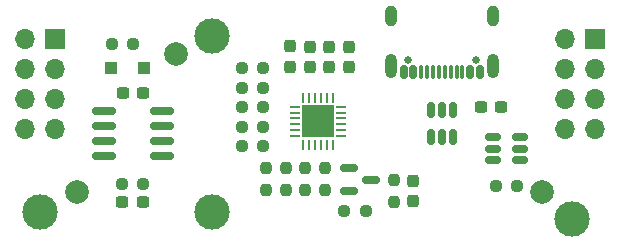
<source format=gbr>
%TF.GenerationSoftware,KiCad,Pcbnew,9.0.0*%
%TF.CreationDate,2025-03-06T17:29:06-05:00*%
%TF.ProjectId,USB-C-PD-Controller,5553422d-432d-4504-942d-436f6e74726f,rev?*%
%TF.SameCoordinates,Original*%
%TF.FileFunction,Soldermask,Top*%
%TF.FilePolarity,Negative*%
%FSLAX46Y46*%
G04 Gerber Fmt 4.6, Leading zero omitted, Abs format (unit mm)*
G04 Created by KiCad (PCBNEW 9.0.0) date 2025-03-06 17:29:06*
%MOMM*%
%LPD*%
G01*
G04 APERTURE LIST*
G04 Aperture macros list*
%AMRoundRect*
0 Rectangle with rounded corners*
0 $1 Rounding radius*
0 $2 $3 $4 $5 $6 $7 $8 $9 X,Y pos of 4 corners*
0 Add a 4 corners polygon primitive as box body*
4,1,4,$2,$3,$4,$5,$6,$7,$8,$9,$2,$3,0*
0 Add four circle primitives for the rounded corners*
1,1,$1+$1,$2,$3*
1,1,$1+$1,$4,$5*
1,1,$1+$1,$6,$7*
1,1,$1+$1,$8,$9*
0 Add four rect primitives between the rounded corners*
20,1,$1+$1,$2,$3,$4,$5,0*
20,1,$1+$1,$4,$5,$6,$7,0*
20,1,$1+$1,$6,$7,$8,$9,0*
20,1,$1+$1,$8,$9,$2,$3,0*%
G04 Aperture macros list end*
%ADD10RoundRect,0.237500X-0.237500X0.300000X-0.237500X-0.300000X0.237500X-0.300000X0.237500X0.300000X0*%
%ADD11RoundRect,0.237500X0.250000X0.237500X-0.250000X0.237500X-0.250000X-0.237500X0.250000X-0.237500X0*%
%ADD12RoundRect,0.237500X-0.237500X0.250000X-0.237500X-0.250000X0.237500X-0.250000X0.237500X0.250000X0*%
%ADD13C,0.650000*%
%ADD14RoundRect,0.150000X0.150000X0.425000X-0.150000X0.425000X-0.150000X-0.425000X0.150000X-0.425000X0*%
%ADD15RoundRect,0.075000X0.075000X0.500000X-0.075000X0.500000X-0.075000X-0.500000X0.075000X-0.500000X0*%
%ADD16O,1.000000X2.100000*%
%ADD17O,1.000000X1.800000*%
%ADD18RoundRect,0.237500X0.237500X-0.250000X0.237500X0.250000X-0.237500X0.250000X-0.237500X-0.250000X0*%
%ADD19C,3.000000*%
%ADD20RoundRect,0.237500X0.237500X-0.287500X0.237500X0.287500X-0.237500X0.287500X-0.237500X-0.287500X0*%
%ADD21RoundRect,0.150000X-0.587500X-0.150000X0.587500X-0.150000X0.587500X0.150000X-0.587500X0.150000X0*%
%ADD22RoundRect,0.062500X-0.337500X-0.062500X0.337500X-0.062500X0.337500X0.062500X-0.337500X0.062500X0*%
%ADD23RoundRect,0.062500X-0.062500X-0.337500X0.062500X-0.337500X0.062500X0.337500X-0.062500X0.337500X0*%
%ADD24R,2.750000X2.750000*%
%ADD25C,2.000000*%
%ADD26RoundRect,0.237500X-0.250000X-0.237500X0.250000X-0.237500X0.250000X0.237500X-0.250000X0.237500X0*%
%ADD27RoundRect,0.250000X-0.300000X-0.300000X0.300000X-0.300000X0.300000X0.300000X-0.300000X0.300000X0*%
%ADD28RoundRect,0.150000X0.512500X0.150000X-0.512500X0.150000X-0.512500X-0.150000X0.512500X-0.150000X0*%
%ADD29RoundRect,0.237500X-0.300000X-0.237500X0.300000X-0.237500X0.300000X0.237500X-0.300000X0.237500X0*%
%ADD30RoundRect,0.150000X0.825000X0.150000X-0.825000X0.150000X-0.825000X-0.150000X0.825000X-0.150000X0*%
%ADD31RoundRect,0.150000X-0.150000X0.512500X-0.150000X-0.512500X0.150000X-0.512500X0.150000X0.512500X0*%
%ADD32R,1.700000X1.700000*%
%ADD33O,1.700000X1.700000*%
G04 APERTURE END LIST*
D10*
%TO.C,C205*%
X138161000Y-109478873D03*
X138161000Y-111203873D03*
%TD*%
D11*
%TO.C,R208*%
X130937000Y-117864873D03*
X129112000Y-117864873D03*
%TD*%
D12*
%TO.C,R211*%
X136144000Y-119757873D03*
X136144000Y-121582873D03*
%TD*%
D13*
%TO.C,J201*%
X148940000Y-110578500D03*
X143160000Y-110578500D03*
D14*
X149250000Y-111653500D03*
X148450000Y-111653500D03*
D15*
X147300000Y-111653500D03*
X146300000Y-111653500D03*
X145800000Y-111653500D03*
X144800000Y-111653500D03*
D14*
X143650000Y-111653500D03*
X142850000Y-111653500D03*
X142850000Y-111653500D03*
X143650000Y-111653500D03*
D15*
X144300000Y-111653500D03*
X145300000Y-111653500D03*
X146800000Y-111653500D03*
X147800000Y-111653500D03*
D14*
X148450000Y-111653500D03*
X149250000Y-111653500D03*
D16*
X150370000Y-111078500D03*
D17*
X150370000Y-106898500D03*
D16*
X141730000Y-111078500D03*
D17*
X141730000Y-106898500D03*
%TD*%
D18*
%TO.C,R205*%
X132842000Y-121606373D03*
X132842000Y-119781373D03*
%TD*%
D19*
%TO.C,TP201*%
X126617000Y-123467500D03*
%TD*%
D18*
%TO.C,R209*%
X131191000Y-121606373D03*
X131191000Y-119781373D03*
%TD*%
D19*
%TO.C,TP203*%
X112014000Y-123467500D03*
%TD*%
%TO.C,TP202*%
X126619000Y-108608500D03*
%TD*%
D20*
%TO.C,D202*%
X143637000Y-122575373D03*
X143637000Y-120825373D03*
%TD*%
D21*
%TO.C,Q202*%
X138176000Y-119781373D03*
X138176000Y-121681373D03*
X140051000Y-120731373D03*
%TD*%
D22*
%TO.C,U202*%
X133589000Y-114545873D03*
X133589000Y-115045873D03*
X133589000Y-115545873D03*
X133589000Y-116045873D03*
X133589000Y-116545873D03*
X133589000Y-117045873D03*
D23*
X134314000Y-117770873D03*
X134814000Y-117770873D03*
X135314000Y-117770873D03*
X135814000Y-117770873D03*
X136314000Y-117770873D03*
X136814000Y-117770873D03*
D22*
X137539000Y-117045873D03*
X137539000Y-116545873D03*
X137539000Y-116045873D03*
X137539000Y-115545873D03*
X137539000Y-115045873D03*
X137539000Y-114545873D03*
D23*
X136814000Y-113820873D03*
X136314000Y-113820873D03*
X135814000Y-113820873D03*
X135314000Y-113820873D03*
X134814000Y-113820873D03*
X134314000Y-113820873D03*
D24*
X135564000Y-115795873D03*
%TD*%
D19*
%TO.C,TP204*%
X157099000Y-124102500D03*
%TD*%
D25*
%TO.C,FID2*%
X115189000Y-121816500D03*
%TD*%
D26*
%TO.C,R213*%
X150598500Y-121285000D03*
X152423500Y-121285000D03*
%TD*%
D27*
%TO.C,D201*%
X118045000Y-111275500D03*
X120845000Y-111275500D03*
%TD*%
D28*
%TO.C,Q203*%
X152662500Y-119060000D03*
X152662500Y-118110000D03*
X152662500Y-117160000D03*
X150387500Y-117160000D03*
X150387500Y-118110000D03*
X150387500Y-119060000D03*
%TD*%
D29*
%TO.C,C204*%
X149378500Y-114577500D03*
X151103500Y-114577500D03*
%TD*%
D26*
%TO.C,R212*%
X118086500Y-109243500D03*
X119911500Y-109243500D03*
%TD*%
D10*
%TO.C,C201*%
X133208000Y-109452373D03*
X133208000Y-111177373D03*
%TD*%
D26*
%TO.C,R207*%
X137771500Y-123360873D03*
X139596500Y-123360873D03*
%TD*%
D30*
%TO.C,Q201*%
X122363000Y-118768500D03*
X122363000Y-117498500D03*
X122363000Y-116228500D03*
X122363000Y-114958500D03*
X117413000Y-114958500D03*
X117413000Y-116228500D03*
X117413000Y-117498500D03*
X117413000Y-118768500D03*
%TD*%
D26*
%TO.C,R203*%
X129120500Y-112946873D03*
X130945500Y-112946873D03*
%TD*%
D29*
%TO.C,C202*%
X119025500Y-113434500D03*
X120750500Y-113434500D03*
%TD*%
D25*
%TO.C,FID1*%
X123571000Y-110132500D03*
%TD*%
%TO.C,FID3*%
X154559000Y-121816500D03*
%TD*%
D11*
%TO.C,R202*%
X130945500Y-116248873D03*
X129120500Y-116248873D03*
%TD*%
D31*
%TO.C,U201*%
X147000000Y-114837000D03*
X146050000Y-114837000D03*
X145100000Y-114837000D03*
X145100000Y-117112000D03*
X146050000Y-117112000D03*
X147000000Y-117112000D03*
%TD*%
D12*
%TO.C,R206*%
X134493000Y-119781373D03*
X134493000Y-121606373D03*
%TD*%
D26*
%TO.C,R201*%
X129120500Y-114597873D03*
X130945500Y-114597873D03*
%TD*%
D29*
%TO.C,C203*%
X118999000Y-122631500D03*
X120724000Y-122631500D03*
%TD*%
D10*
%TO.C,C206*%
X136510000Y-109478873D03*
X136510000Y-111203873D03*
%TD*%
%TO.C,C207*%
X134859000Y-109478873D03*
X134859000Y-111203873D03*
%TD*%
D18*
%TO.C,R214*%
X141986000Y-122598873D03*
X141986000Y-120773873D03*
%TD*%
D26*
%TO.C,R210*%
X118952000Y-121107500D03*
X120777000Y-121107500D03*
%TD*%
D11*
%TO.C,R204*%
X130945500Y-111295873D03*
X129120500Y-111295873D03*
%TD*%
D32*
%TO.C,J1*%
X113284000Y-108862500D03*
D33*
X110744000Y-108862500D03*
X113284000Y-111402500D03*
X110744000Y-111402500D03*
X113284000Y-113942500D03*
X110744000Y-113942500D03*
X113284000Y-116482500D03*
X110744000Y-116482500D03*
%TD*%
D32*
%TO.C,J2*%
X159004000Y-108862500D03*
D33*
X156464000Y-108862500D03*
X159004000Y-111402500D03*
X156464000Y-111402500D03*
X159004000Y-113942500D03*
X156464000Y-113942500D03*
X159004000Y-116482500D03*
X156464000Y-116482500D03*
%TD*%
M02*

</source>
